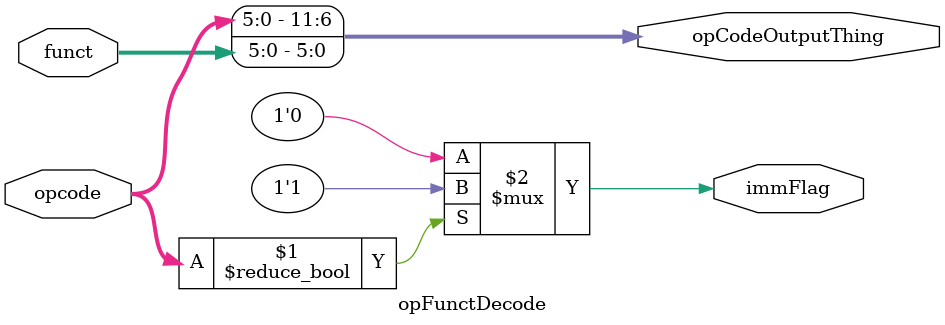
<source format=v>
module opFunctDecode(opcode,funct,immFlag, opCodeOutputThing);
  input [5:0] opcode;
  input [5:0] funct;
  output [11:0] opCodeOutputThing;
  assign opCodeOutputThing= {opcode,funct};
  output immFlag;
  assign immFlag = opcode? 1'b1 : 1'b0;
endmodule
</source>
